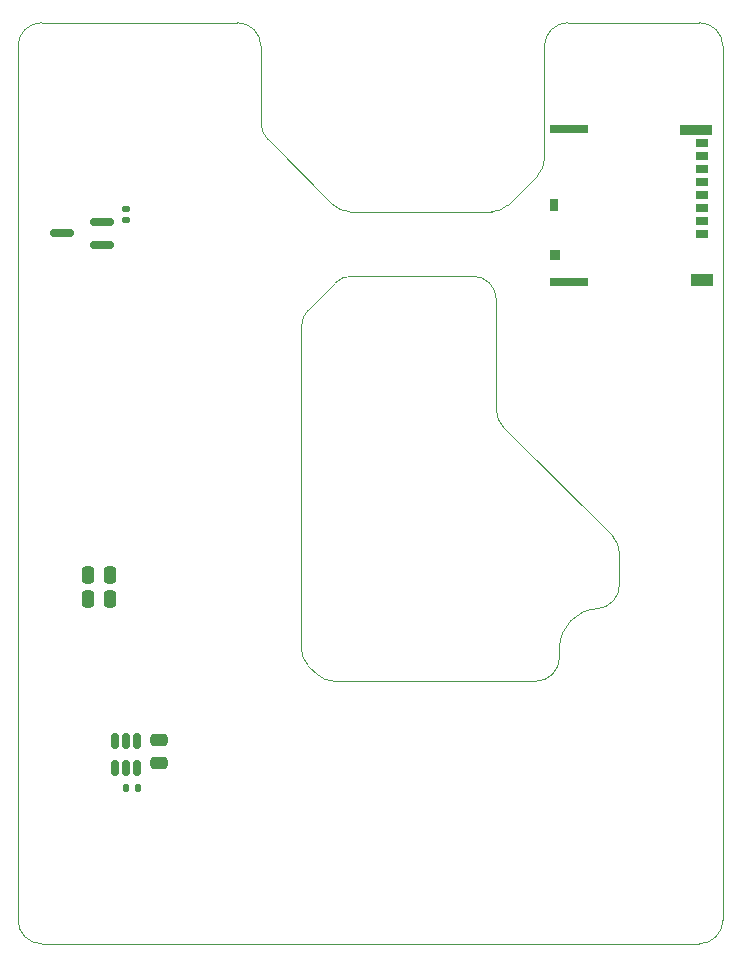
<source format=gbr>
G04 #@! TF.GenerationSoftware,KiCad,Pcbnew,9.0.3*
G04 #@! TF.CreationDate,2026-01-18T00:31:51+01:00*
G04 #@! TF.ProjectId,CM5IO,434d3549-4f2e-46b6-9963-61645f706362,rev?*
G04 #@! TF.SameCoordinates,Original*
G04 #@! TF.FileFunction,Paste,Bot*
G04 #@! TF.FilePolarity,Positive*
%FSLAX46Y46*%
G04 Gerber Fmt 4.6, Leading zero omitted, Abs format (unit mm)*
G04 Created by KiCad (PCBNEW 9.0.3) date 2026-01-18 00:31:51*
%MOMM*%
%LPD*%
G01*
G04 APERTURE LIST*
G04 Aperture macros list*
%AMRoundRect*
0 Rectangle with rounded corners*
0 $1 Rounding radius*
0 $2 $3 $4 $5 $6 $7 $8 $9 X,Y pos of 4 corners*
0 Add a 4 corners polygon primitive as box body*
4,1,4,$2,$3,$4,$5,$6,$7,$8,$9,$2,$3,0*
0 Add four circle primitives for the rounded corners*
1,1,$1+$1,$2,$3*
1,1,$1+$1,$4,$5*
1,1,$1+$1,$6,$7*
1,1,$1+$1,$8,$9*
0 Add four rect primitives between the rounded corners*
20,1,$1+$1,$2,$3,$4,$5,0*
20,1,$1+$1,$4,$5,$6,$7,0*
20,1,$1+$1,$6,$7,$8,$9,0*
20,1,$1+$1,$8,$9,$2,$3,0*%
G04 Aperture macros list end*
%ADD10RoundRect,0.140000X0.170000X-0.140000X0.170000X0.140000X-0.170000X0.140000X-0.170000X-0.140000X0*%
%ADD11RoundRect,0.162500X0.837500X0.162500X-0.837500X0.162500X-0.837500X-0.162500X0.837500X-0.162500X0*%
%ADD12R,1.100000X0.700000*%
%ADD13R,0.930000X0.900000*%
%ADD14R,0.780000X1.050000*%
%ADD15R,3.330000X0.700000*%
%ADD16R,1.830000X1.140000*%
%ADD17R,2.800000X0.860000*%
%ADD18RoundRect,0.250000X0.250000X0.475000X-0.250000X0.475000X-0.250000X-0.475000X0.250000X-0.475000X0*%
%ADD19RoundRect,0.250000X0.475000X-0.250000X0.475000X0.250000X-0.475000X0.250000X-0.475000X-0.250000X0*%
%ADD20RoundRect,0.150000X-0.150000X0.512500X-0.150000X-0.512500X0.150000X-0.512500X0.150000X0.512500X0*%
%ADD21RoundRect,0.135000X-0.135000X-0.185000X0.135000X-0.185000X0.135000X0.185000X-0.135000X0.185000X0*%
G04 #@! TA.AperFunction,Profile*
%ADD22C,0.050000*%
G04 #@! TD*
G04 APERTURE END LIST*
D10*
X155430000Y-85260000D03*
X155430000Y-84300000D03*
D11*
X153398000Y-85420000D03*
X153398000Y-87320000D03*
X149978000Y-86370000D03*
D12*
X204235000Y-86398000D03*
X204235000Y-85298000D03*
X204235000Y-84198000D03*
X204235000Y-83098000D03*
X204235000Y-81998000D03*
X204235000Y-80898000D03*
X204235000Y-79798000D03*
X204235000Y-78698000D03*
D13*
X191770000Y-88188000D03*
D14*
X191695000Y-83923000D03*
D15*
X192970000Y-90498000D03*
D16*
X204220000Y-90278000D03*
D17*
X203735000Y-77618000D03*
D15*
X192970000Y-77538000D03*
D18*
X154094000Y-115260000D03*
X152194000Y-115260000D03*
D19*
X158224000Y-131196000D03*
X158224000Y-129296000D03*
D20*
X154480000Y-129362500D03*
X155430000Y-129362500D03*
X156380000Y-129362500D03*
X156380000Y-131637500D03*
X155430000Y-131637500D03*
X154480000Y-131637500D03*
D18*
X154094000Y-117292000D03*
X152194000Y-117292000D03*
D21*
X155428000Y-133294000D03*
X156448000Y-133294000D03*
D22*
X170289000Y-121543573D02*
X170289000Y-94244427D01*
X173022427Y-124277000D02*
G75*
G02*
X171608220Y-123691206I-27J1999900D01*
G01*
X164860000Y-68524000D02*
G75*
G02*
X166860000Y-70524000I0J-2000000D01*
G01*
X170289000Y-94244427D02*
G75*
G02*
X170874773Y-92830199I2000000J27D01*
G01*
X190863000Y-80046323D02*
G75*
G02*
X190277223Y-81460545I-2000100J23D01*
G01*
X174546427Y-89987000D02*
X184799000Y-89987000D01*
X197213000Y-113421427D02*
X197213000Y-116141816D01*
X205976000Y-70524000D02*
X205976000Y-144502000D01*
X174387677Y-84526000D02*
G75*
G02*
X172973455Y-83940223I23J2000100D01*
G01*
X167445787Y-78412537D02*
G75*
G02*
X166859984Y-76998323I1414213J1414237D01*
G01*
X187384787Y-102764787D02*
X196627214Y-112007214D01*
X146286000Y-70524000D02*
G75*
G02*
X148286000Y-68524000I2000000J0D01*
G01*
X187797537Y-83940213D02*
X190277214Y-81460536D01*
X192133000Y-121500001D02*
G75*
G02*
X195370953Y-118135383I3369900J-2699D01*
G01*
X146286000Y-144502000D02*
X146286000Y-70524000D01*
X148286000Y-68524000D02*
X164860000Y-68524000D01*
X148286000Y-146502000D02*
G75*
G02*
X146286000Y-144502000I0J2000000D01*
G01*
X196627214Y-112007214D02*
G75*
G02*
X197213022Y-113421427I-1414314J-1414286D01*
G01*
X197212290Y-116141816D02*
G75*
G02*
X195371779Y-118135421I-1999990J16D01*
G01*
X192133000Y-122277000D02*
G75*
G02*
X190133000Y-124277000I-2000000J0D01*
G01*
X187384787Y-102764787D02*
G75*
G02*
X186798978Y-101350573I1414313J1414287D01*
G01*
X167445787Y-78412537D02*
X172973464Y-83940214D01*
X205976000Y-144502000D02*
G75*
G02*
X203976000Y-146502000I-2000000J0D01*
G01*
X170874786Y-122957786D02*
G75*
G02*
X170289019Y-121543573I1414214J1414186D01*
G01*
X184799000Y-89987000D02*
G75*
G02*
X186799000Y-91987000I0J-2000000D01*
G01*
X166860000Y-70524000D02*
X166860000Y-76998323D01*
X190863000Y-70524000D02*
G75*
G02*
X192863000Y-68524000I2000000J0D01*
G01*
X190133000Y-124277000D02*
X173022427Y-124277000D01*
X203976000Y-68524000D02*
G75*
G02*
X205976000Y-70524000I0J-2000000D01*
G01*
X203976000Y-146502000D02*
X148286000Y-146502000D01*
X190863000Y-80046323D02*
X190863000Y-70524000D01*
X174387677Y-84526000D02*
X186383323Y-84526000D01*
X186799000Y-91987000D02*
X186799000Y-101350573D01*
X171608213Y-123691213D02*
X170874786Y-122957786D01*
X192133000Y-121500001D02*
X192133000Y-122277000D01*
X170874787Y-92830213D02*
X173132214Y-90572786D01*
X192863000Y-68524000D02*
X203976000Y-68524000D01*
X187797537Y-83940213D02*
G75*
G02*
X186383323Y-84526016I-1414237J1414213D01*
G01*
X173132214Y-90572786D02*
G75*
G02*
X174546427Y-89987019I1414186J-1414214D01*
G01*
M02*

</source>
